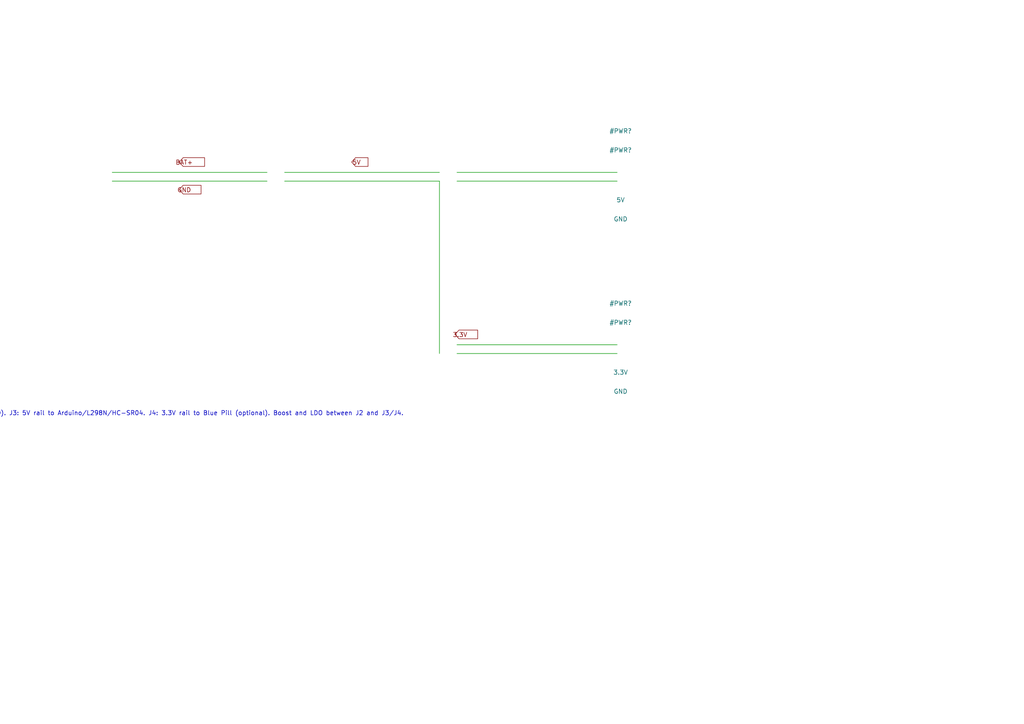
<source format=kicad_sch>
(kicad_sch
	(version 20250114)
	(generator "eeschema")
	(generator_version "9.0")
	(uuid "00000000-0000-0000-0000-000000000001")
	(paper "A4")
	(title_block
		(title "Tiny Pet — 3.7V Battery Power Supply")
		(date "2025-02-12")
		(comment 1 "3.7V Li-ion to Protection to Boost 5V to optional LDO 3.3V. See hardware/README.md.")
	)
	(lib_symbols)
	(text "J1: Battery 1S (BAT+, GND). J2: After protection (P+, GND). J3: 5V rail to Arduino/L298N/HC-SR04. J4: 3.3V rail to Blue Pill (optional). Boost and LDO between J2 and J3/J4."
		(exclude_from_sim no)
		(at 30 120 0)
		(effects
			(font
				(size 1.27 1.27)
			)
		)
		(uuid "00000000-0000-0000-0000-000000000002")
	)
	(wire
		(pts
			(xy 32.54 50) (xy 77.46 50)
		)
		(stroke
			(width 0)
			(type default)
		)
		(uuid "a1000001-0001-4001-8001-000000000001")
	)
	(wire
		(pts
			(xy 32.54 52.54) (xy 77.46 52.54)
		)
		(stroke
			(width 0)
			(type default)
		)
		(uuid "a1000002-0001-4001-8001-000000000002")
	)
	(wire
		(pts
			(xy 82.54 50) (xy 127.46 50)
		)
		(stroke
			(width 0)
			(type default)
		)
		(uuid "a1000003-0001-4001-8001-000000000003")
	)
	(wire
		(pts
			(xy 82.54 52.54) (xy 127.46 52.54)
		)
		(stroke
			(width 0)
			(type default)
		)
		(uuid "a1000004-0001-4001-8001-000000000004")
	)
	(wire
		(pts
			(xy 132.54 50) (xy 179 50)
		)
		(stroke
			(width 0)
			(type default)
		)
		(uuid "a1000005-0001-4001-8001-000000000005")
	)
	(wire
		(pts
			(xy 132.54 52.54) (xy 179 52.54)
		)
		(stroke
			(width 0)
			(type default)
		)
		(uuid "a1000006-0001-4001-8001-000000000006")
	)
	(wire
		(pts
			(xy 132.54 100) (xy 179 100)
		)
		(stroke
			(width 0)
			(type default)
		)
		(uuid "a1000007-0001-4001-8001-000000000007")
	)
	(wire
		(pts
			(xy 132.54 102.54) (xy 179 102.54)
		)
		(stroke
			(width 0)
			(type default)
		)
		(uuid "a1000008-0001-4001-8001-000000000008")
	)
	(wire
		(pts
			(xy 127.46 52.54) (xy 127.46 102.54)
		)
		(stroke
			(width 0)
			(type default)
		)
		(uuid "a100000a-0001-4001-8001-00000000000a")
	)
	(global_label "BAT+"
		(shape input)
		(at 52 47 0)
		(effects
			(font
				(size 1.27 1.27)
			)
		)
		(uuid "b1000001-0001-4001-8001-000000000001")
		(property "Intersheetrefs" "${INTERSHEET_REFS}"
			(at 52 47 0)
			(effects
				(font
					(size 1.27 1.27)
				)
				(hide yes)
			)
		)
	)
	(global_label "5V"
		(shape input)
		(at 102 47 0)
		(effects
			(font
				(size 1.27 1.27)
			)
		)
		(uuid "b1000002-0001-4001-8001-000000000002")
		(property "Intersheetrefs" "${INTERSHEET_REFS}"
			(at 102 47 0)
			(effects
				(font
					(size 1.27 1.27)
				)
				(hide yes)
			)
		)
	)
	(global_label "GND"
		(shape input)
		(at 52 55 0)
		(effects
			(font
				(size 1.27 1.27)
			)
		)
		(uuid "b1000003-0001-4001-8001-000000000003")
		(property "Intersheetrefs" "${INTERSHEET_REFS}"
			(at 52 55 0)
			(effects
				(font
					(size 1.27 1.27)
				)
				(hide yes)
			)
		)
	)
	(global_label "3.3V"
		(shape input)
		(at 132 97 0)
		(effects
			(font
				(size 1.27 1.27)
			)
		)
		(uuid "b1000004-0001-4001-8001-000000000004")
		(property "Intersheetrefs" "${INTERSHEET_REFS}"
			(at 132 97 0)
			(effects
				(font
					(size 1.27 1.27)
				)
				(hide yes)
			)
		)
	)
	(symbol
		(lib_id "Connector_Generic:Conn_01x02")
		(at 30 50 0)
		(unit 1)
		(exclude_from_sim no)
		(in_bom yes)
		(on_board yes)
		(dnp no)
		(uuid "c1000001-0001-4001-8001-000000000001")
		(property "Reference" "J?"
			(at 34 40 0)
			(effects
				(font
					(size 1.27 1.27)
				)
			)
		)
		(property "Value" "Battery 1S"
			(at 34 65 0)
			(effects
				(font
					(size 1.27 1.27)
				)
			)
		)
		(property "Footprint" ""
			(at 30 50 0)
			(effects
				(font
					(size 1.27 1.27)
				)
			)
		)
		(property "Datasheet" ""
			(at 30 50 0)
			(effects
				(font
					(size 1.27 1.27)
				)
			)
		)
		(property "Description" ""
			(at 30 50 0)
			(effects
				(font
					(size 1.27 1.27)
				)
			)
		)
		(pin "1"
			(uuid "c1000002-0001-4001-8001-000000000001")
		)
		(pin "2"
			(uuid "c1000003-0001-4001-8001-000000000001")
		)
		(instances
			(project "tiny-pet-power"
				(path "/00000000-0000-0000-0000-000000000001"
					(reference "J?")
					(unit 1)
				)
			)
		)
	)
	(symbol
		(lib_id "Connector_Generic:Conn_01x02")
		(at 80 50 0)
		(unit 1)
		(exclude_from_sim no)
		(in_bom yes)
		(on_board yes)
		(dnp no)
		(uuid "c1000004-0001-4001-8001-000000000002")
		(property "Reference" "J?"
			(at 84 40 0)
			(effects
				(font
					(size 1.27 1.27)
				)
			)
		)
		(property "Value" "Protection out"
			(at 84 65 0)
			(effects
				(font
					(size 1.27 1.27)
				)
			)
		)
		(property "Footprint" ""
			(at 80 50 0)
			(effects
				(font
					(size 1.27 1.27)
				)
			)
		)
		(property "Datasheet" ""
			(at 80 50 0)
			(effects
				(font
					(size 1.27 1.27)
				)
			)
		)
		(property "Description" ""
			(at 80 50 0)
			(effects
				(font
					(size 1.27 1.27)
				)
			)
		)
		(pin "1"
			(uuid "c1000005-0001-4001-8001-000000000002")
		)
		(pin "2"
			(uuid "c1000006-0001-4001-8001-000000000002")
		)
		(instances
			(project "tiny-pet-power"
				(path "/00000000-0000-0000-0000-000000000001"
					(reference "J?")
					(unit 1)
				)
			)
		)
	)
	(symbol
		(lib_id "Connector_Generic:Conn_01x02")
		(at 130 50 0)
		(unit 1)
		(exclude_from_sim no)
		(in_bom yes)
		(on_board yes)
		(dnp no)
		(uuid "c1000007-0001-4001-8001-000000000003")
		(property "Reference" "J?"
			(at 134 40 0)
			(effects
				(font
					(size 1.27 1.27)
				)
			)
		)
		(property "Value" "5V out"
			(at 134 65 0)
			(effects
				(font
					(size 1.27 1.27)
				)
			)
		)
		(property "Footprint" ""
			(at 130 50 0)
			(effects
				(font
					(size 1.27 1.27)
				)
			)
		)
		(property "Datasheet" ""
			(at 130 50 0)
			(effects
				(font
					(size 1.27 1.27)
				)
			)
		)
		(property "Description" ""
			(at 130 50 0)
			(effects
				(font
					(size 1.27 1.27)
				)
			)
		)
		(pin "1"
			(uuid "c1000008-0001-4001-8001-000000000003")
		)
		(pin "2"
			(uuid "c1000009-0001-4001-8001-000000000003")
		)
		(instances
			(project "tiny-pet-power"
				(path "/00000000-0000-0000-0000-000000000001"
					(reference "J?")
					(unit 1)
				)
			)
		)
	)
	(symbol
		(lib_id "Connector_Generic:Conn_01x02")
		(at 130 100 0)
		(unit 1)
		(exclude_from_sim no)
		(in_bom yes)
		(on_board yes)
		(dnp no)
		(uuid "c100000a-0001-4001-8001-000000000004")
		(property "Reference" "J?"
			(at 134 90 0)
			(effects
				(font
					(size 1.27 1.27)
				)
			)
		)
		(property "Value" "3.3V out"
			(at 134 115 0)
			(effects
				(font
					(size 1.27 1.27)
				)
			)
		)
		(property "Footprint" ""
			(at 130 100 0)
			(effects
				(font
					(size 1.27 1.27)
				)
			)
		)
		(property "Datasheet" ""
			(at 130 100 0)
			(effects
				(font
					(size 1.27 1.27)
				)
			)
		)
		(property "Description" ""
			(at 130 100 0)
			(effects
				(font
					(size 1.27 1.27)
				)
			)
		)
		(pin "1"
			(uuid "c100000b-0001-4001-8001-000000000004")
		)
		(pin "2"
			(uuid "c100000c-0001-4001-8001-000000000004")
		)
		(instances
			(project "tiny-pet-power"
				(path "/00000000-0000-0000-0000-000000000001"
					(reference "J?")
					(unit 1)
				)
			)
		)
	)
	(symbol
		(lib_id "power:VCC")
		(at 180 48 0)
		(unit 1)
		(exclude_from_sim no)
		(in_bom yes)
		(on_board yes)
		(dnp no)
		(uuid "c100000d-0001-4001-8001-000000000005")
		(property "Reference" "#PWR?"
			(at 180 38 0)
			(effects
				(font
					(size 1.27 1.27)
				)
			)
		)
		(property "Value" "5V"
			(at 180 58 0)
			(effects
				(font
					(size 1.27 1.27)
				)
			)
		)
		(property "Footprint" ""
			(at 180 48 0)
			(effects
				(font
					(size 1.27 1.27)
				)
			)
		)
		(property "Datasheet" ""
			(at 180 48 0)
			(effects
				(font
					(size 1.27 1.27)
				)
			)
		)
		(property "Description" ""
			(at 180 48 0)
			(effects
				(font
					(size 1.27 1.27)
				)
			)
		)
		(pin "1"
			(uuid "c100000e-0001-4001-8001-000000000005")
		)
		(instances
			(project "tiny-pet-power"
				(path "/00000000-0000-0000-0000-000000000001"
					(reference "#PWR?")
					(unit 1)
				)
			)
		)
	)
	(symbol
		(lib_id "power:GND")
		(at 180 53.54 0)
		(unit 1)
		(exclude_from_sim no)
		(in_bom yes)
		(on_board yes)
		(dnp no)
		(uuid "c100000f-0001-4001-8001-000000000006")
		(property "Reference" "#PWR?"
			(at 180 43.54 0)
			(effects
				(font
					(size 1.27 1.27)
				)
			)
		)
		(property "Value" "GND"
			(at 180 63.54 0)
			(effects
				(font
					(size 1.27 1.27)
				)
			)
		)
		(property "Footprint" ""
			(at 180 53.54 0)
			(effects
				(font
					(size 1.27 1.27)
				)
			)
		)
		(property "Datasheet" ""
			(at 180 53.54 0)
			(effects
				(font
					(size 1.27 1.27)
				)
			)
		)
		(property "Description" ""
			(at 180 53.54 0)
			(effects
				(font
					(size 1.27 1.27)
				)
			)
		)
		(pin "1"
			(uuid "c1000010-0001-4001-8001-000000000006")
		)
		(instances
			(project "tiny-pet-power"
				(path "/00000000-0000-0000-0000-000000000001"
					(reference "#PWR?")
					(unit 1)
				)
			)
		)
	)
	(symbol
		(lib_id "power:VCC")
		(at 180 98 0)
		(unit 1)
		(exclude_from_sim no)
		(in_bom yes)
		(on_board yes)
		(dnp no)
		(uuid "c1000011-0001-4001-8001-000000000007")
		(property "Reference" "#PWR?"
			(at 180 88 0)
			(effects
				(font
					(size 1.27 1.27)
				)
			)
		)
		(property "Value" "3.3V"
			(at 180 108 0)
			(effects
				(font
					(size 1.27 1.27)
				)
			)
		)
		(property "Footprint" ""
			(at 180 98 0)
			(effects
				(font
					(size 1.27 1.27)
				)
			)
		)
		(property "Datasheet" ""
			(at 180 98 0)
			(effects
				(font
					(size 1.27 1.27)
				)
			)
		)
		(property "Description" ""
			(at 180 98 0)
			(effects
				(font
					(size 1.27 1.27)
				)
			)
		)
		(pin "1"
			(uuid "c1000012-0001-4001-8001-000000000007")
		)
		(instances
			(project "tiny-pet-power"
				(path "/00000000-0000-0000-0000-000000000001"
					(reference "#PWR?")
					(unit 1)
				)
			)
		)
	)
	(symbol
		(lib_id "power:GND")
		(at 180 103.54 0)
		(unit 1)
		(exclude_from_sim no)
		(in_bom yes)
		(on_board yes)
		(dnp no)
		(uuid "c1000013-0001-4001-8001-000000000008")
		(property "Reference" "#PWR?"
			(at 180 93.54 0)
			(effects
				(font
					(size 1.27 1.27)
				)
			)
		)
		(property "Value" "GND"
			(at 180 113.54 0)
			(effects
				(font
					(size 1.27 1.27)
				)
			)
		)
		(property "Footprint" ""
			(at 180 103.54 0)
			(effects
				(font
					(size 1.27 1.27)
				)
			)
		)
		(property "Datasheet" ""
			(at 180 103.54 0)
			(effects
				(font
					(size 1.27 1.27)
				)
			)
		)
		(property "Description" ""
			(at 180 103.54 0)
			(effects
				(font
					(size 1.27 1.27)
				)
			)
		)
		(pin "1"
			(uuid "c1000014-0001-4001-8001-000000000008")
		)
		(instances
			(project "tiny-pet-power"
				(path "/00000000-0000-0000-0000-000000000001"
					(reference "#PWR?")
					(unit 1)
				)
			)
		)
	)
	(sheet_instances
		(path "/"
			(page "1")
		)
	)
	(embedded_fonts no)
)

</source>
